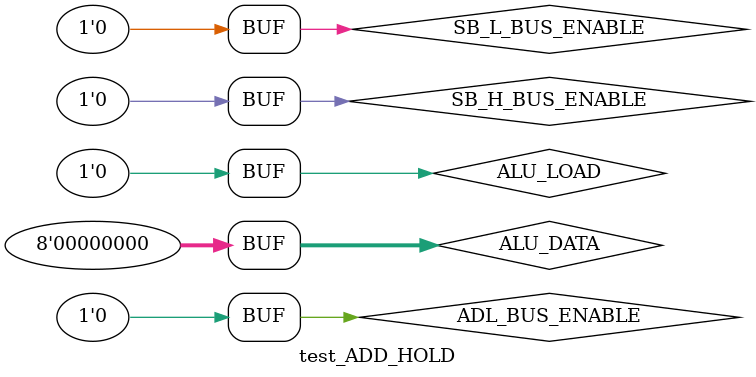
<source format=v>
`timescale 1ns / 1ps


module test_ADD_HOLD;

	// Inputs
	reg ALU_LOAD;
	reg ADL_BUS_ENABLE;
	reg SB_L_BUS_ENABLE;
	reg SB_H_BUS_ENABLE;
	reg [7:0] ALU_DATA;

	// Outputs
	wire [7:0] ADL_BUS;
	wire [7:0] SB_BUS;

	// Instantiate the Unit Under Test (UUT)
	reg_ADD_HOLD uut (
		.ALU_LOAD(ALU_LOAD), 
		.ADL_BUS_ENABLE(ADL_BUS_ENABLE), 
		.SB_L_BUS_ENABLE(SB_L_BUS_ENABLE), 
		.SB_H_BUS_ENABLE(SB_H_BUS_ENABLE), 
		.ALU_DATA(ALU_DATA), 
		.ADL_BUS(ADL_BUS), 
		.SB_BUS(SB_BUS)
	);

	initial begin
		// Initialize Inputs
		ALU_LOAD = 0;
		ADL_BUS_ENABLE = 0;
		SB_L_BUS_ENABLE = 0;
		SB_H_BUS_ENABLE = 0;
		ALU_DATA = 0;

		// Wait 100 ns for global reset to finish
		#100;
        
		// Add stimulus here
		$monitor($time, ": LOAD_SIGNAL: %b, ADL_BUS_ENABLE_SIGNAL: %b, SB_L_BUS_ENABLE_SIGNAL: %b, SB_H_BUS_ENABLE_SIGNAL: %b, DATA_IN_STATE: %h, ADL_OUT_STATE: %h, SB_OUT_STATE: %b",
		ALU_LOAD, ADL_BUS_ENABLE, SB_L_BUS_ENABLE, SB_H_BUS_ENABLE, ALU_DATA, ADL_BUS, SB_BUS);
		
		ALU_LOAD = 1;
		#1;
		ALU_LOAD = 0;
		#1;
		$display("Expected outputs. ADL: XXh, SB: XXXXXXXX\n");
		
		ADL_BUS_ENABLE = 1;
		#1;
		ADL_BUS_ENABLE = 0;
		#1;
		$display("Expected outputs. ADL: 00h, SB: XXXXXXXX\n");
		
		ALU_DATA = 8'hFF;
		#1;
		$display("Expected outputs. ADL: 00h, SB: XXXXXXXX\n");
		
		ADL_BUS_ENABLE = 1;
		#1;
		ADL_BUS_ENABLE = 0;
		#1;
		$display("Expected outputs. ADL: 00h, SB: XXXXXXXX\n");
		
		ALU_LOAD = 1;
		#1;
		ALU_LOAD = 0;
		#1;
		$display("Expected outputs. ADL: 00h, SB: XXXXXXXX\n");
		
		ADL_BUS_ENABLE = 1;
		#1;
		ADL_BUS_ENABLE = 0;
		#1;
		$display("Expected outputs. ADL: FFh, SB: XXXXXXXX\n");
		
		SB_L_BUS_ENABLE = 1;
		#1;
		SB_L_BUS_ENABLE = 0;
		#1;
		$display("Expected outputs. ADL: FFh, SB: X1111111\n");
		
		ALU_DATA = 8'h00;
		#1;
		$display("Expected outputs. ADL: FFh, SB: X1111111\n");
		
		ALU_LOAD = 1;
		#1;
		ALU_LOAD = 0;
		#1;
		$display("Expected outputs. ADL: FFh, SB: X1111111\n");
		
		SB_H_BUS_ENABLE = 1;
		#1;
		SB_H_BUS_ENABLE = 0;
		#1;
		$display("Expected outputs. ADL: FFh, SB: 01111111\n");
	end
      
endmodule


</source>
